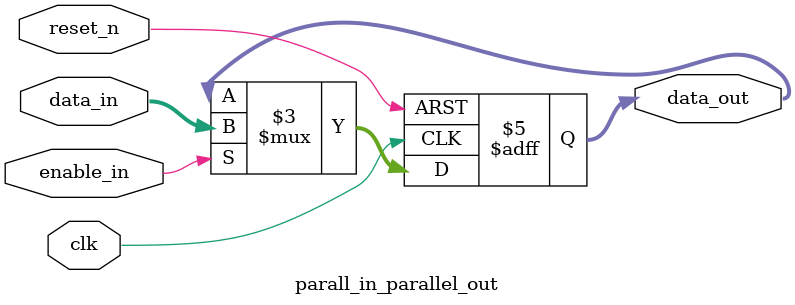
<source format=v>
module parall_in_parallel_out(clk, reset_n, enable_in, data_out, data_in);
input clk, reset_n, enable_in;
input[15:0] data_in;
output [15:0] data_out;
reg[15:0] data_out;



always @ (posedge clk or negedge reset_n)
begin
if(~reset_n)
data_out <= 16'b0;

else if(enable_in)
data_out <= data_in;
end
endmodule
</source>
